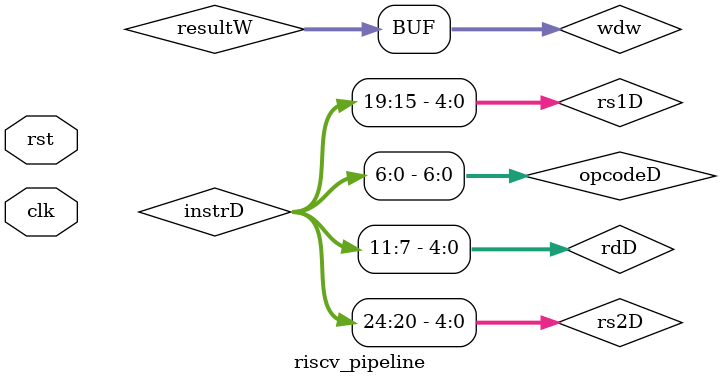
<source format=v>
module riscv_pipeline(clk, rst);

input clk, rst;
wire clk_d;
// --- IF Stage ---
wire [31:0] pcF, pc_out, instrF, pc_4F, pc_tarE;
wire pcSrcE, stallF;

// --- IF/ID Pipeline Register ---
wire [31:0] pcD, instrD, pc_4D;
wire stallD, flushD;

// --- ID Stage ---
wire [31:0] rd1D, rd2D, immD;
wire [4:0] rs1D, rs2D, rdD;
wire regwriteD, memwriteD, aluSrcD, branchD, jumpD;
wire [1:0] immSrcD, resultSrcD;
wire [2:0] aluControlD, fun3D;
wire [6:0] opcodeD;
wire fun7D;

// --- Hazard Detection ---
wire flushE, branchTakenE, pc_write;

// --- ID/EX Pipeline Register ---
wire regwriteE, memwriteE, aluSrcE, branchE, jumpE;
wire [1:0] resultSrcE;
wire [2:0] aluControlE, fun3E;
wire [31:0] rd1E, rd2E, immE, pcE, pc_4E;
wire [4:0] rs1E, rs2E, rdE;

// --- Execution Stage ---
wire [31:0] aluResultE, writeDataE, SrcAE, SRCBE, SrcBE;
wire zeroE, ltE;
wire [1:0] forwardAE, forwardBE;

// --- EX/MEM Pipeline Register ---
wire regwriteM, memwriteM;
wire [1:0] resultSrcM;
wire [31:0] aluResultM, writeDataM, pc_4M;
wire [4:0] rdM;

// --- Memory Stage ---
wire [31:0] readDataM;

// --- MEM/WB Pipeline Register ---
wire regwriteW;
wire [1:0] resultSrcW;
wire [31:0] aluResultW, readDataW, pc_4W;
wire [4:0] rdW;

// --- Write-back Stage ---
wire [31:0] resultW;
wire [31:0] wdw;

clk_div clkd(clk,rst,clk_d);

//FETCH

mux MUX_F(pc_out, pcSrcE, pc_4F, pc_tarE);

pc PC_F(clk_d, rst, pc_write, pc_out, pcF);

instr_mem IM_F(pcF, instrF);

adder ADDER_F(pc_4F, pcF, 32'd4);

if_id IF_ID(pcD, instrD, pc_4D, clk_d, rst, stallD, flushD, pcF, instrF, pc_4F);

// DECODE
assign opcodeD = instrD[6:0];
assign fun3D = instrD[14:12];
assign fun7D = instrD[30];
assign rs1D = instrD[19:15];
assign rs2D = instrD[24:20];
assign rdD = instrD[11:7];

cu CU_D(aluSrcD, resultSrcD, regwriteD, memwriteD, immSrcD, aluControlD, branchD, jumpD, opcodeD, fun3D ,fun7D);

reg_file RF_D(rd1D, rd2D, rs1D, rs2D, rdW, wdw, regwriteW, clk_d);

imm_ext IMMEXT_D(immD, immSrcD, instrD);

assign branchTakenE = pcSrcE;
hazard_unit HAZARD(pc_write, stallF, flushD, flushE, stallD, resultSrcE, branchTakenE, rdE, rs1D, rs2D);

id_ex ID_EX(regwriteE, memwriteE, aluSrcE, resultSrcE, aluControlE, fun3E, rd1E, rd2E, immE, pcE, rs1E, rs2E, rdE, branchE, jumpE, pc_4E, clk_d, 
rst, flushE, regwriteD, memwriteD, aluSrcD, resultSrcD, aluControlD, fun3D, rd1D, rd2D, immD, pcD, rs1D,rs2D, rdD, branchD, jumpD, pc_4D); 

// EXECUTE
forwarding_unit FRWD_E(forwardAE, forwardBE, rs1E, rs2E, rdM, rdW, regwriteM, regwriteW);
   
mux3 srcAE(SrcAE, forwardAE, rd1E, wdw, aluResultM);

mux3 srcBE(SRCBE, forwardBE, rd2E, wdw, aluResultM);

mux MUX_E(SrcBE, aluSrcE, SRCBE, immE);

alu ALU_E(aluResultE, zeroE, ltE, SrcAE, SrcBE, aluControlE);

adder ADDER_E(pc_tarE, pcE, immE);

assign pcSrcE =
    ((branchE && fun3E == 3'b000 && zeroE)|jumpE)   ||   // BEQ
    ((branchE && fun3E == 3'b001 && !zeroE)|jumpE)  ||   // BNE
    ((branchE && fun3E == 3'b100 && ltE)|jumpE)   ||   // BLT
    ((branchE && fun3E == 3'b101 && !ltE)|jumpE);        // BGE
assign writeDataE = SRCBE;

ex_mem EX_MEM(regwriteM, memwriteM, resultSrcM, aluResultM, writeDataM, rdM, pc_4M, clk_d, rst, regwriteE, memwriteE,
resultSrcE, aluResultE, writeDataE, rdE, pc_4E);

// MEMORY STAGE 
data_mem MEMORY(readDataM, clk_d, memwriteM, aluResultM, writeDataM);

mem_wb MEM_WB(regwriteW, resultSrcW, aluResultW, readDataW, rdW, pc_4W, clk_d, rst, regwriteM, resultSrcM, aluResultM,
readDataM, rdM, pc_4M);

// WRITE BACK 
mux3 WRITE_BACK(resultW, resultSrcW, aluResultW, readDataW, pc_4W);
assign wdw = resultW;

endmodule


</source>
